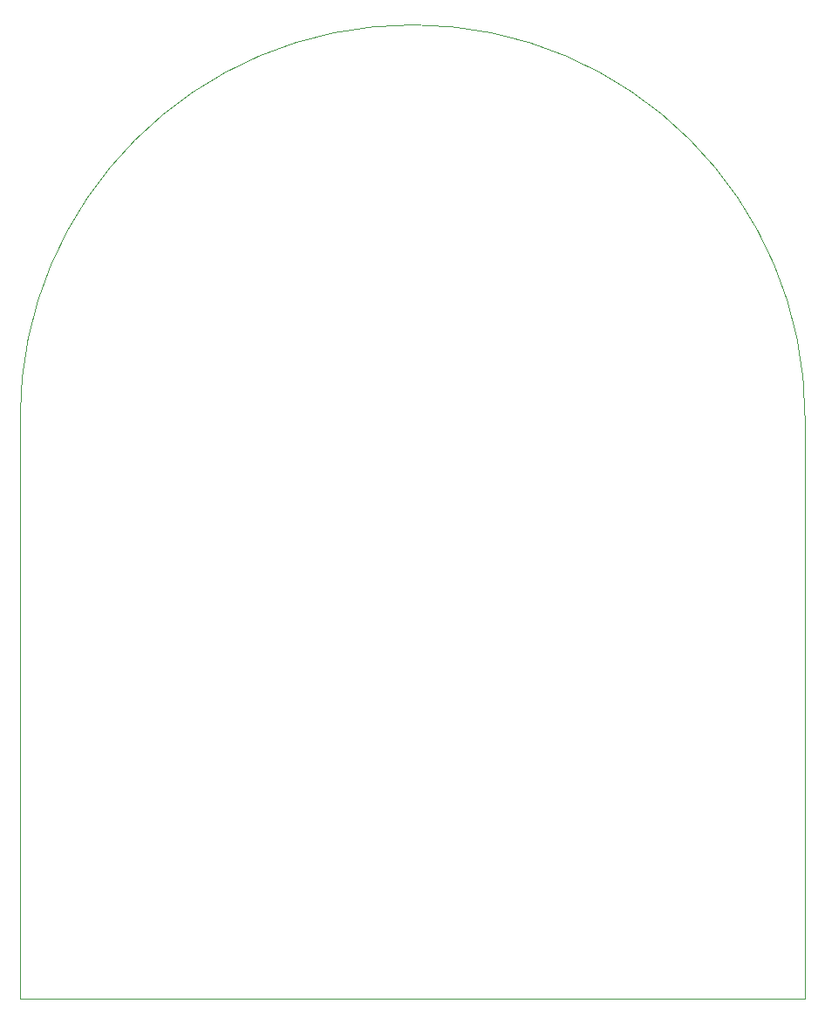
<source format=gbr>
%TF.GenerationSoftware,KiCad,Pcbnew,(6.0.2)*%
%TF.CreationDate,2022-05-21T08:25:36-07:00*%
%TF.ProjectId,muffin,6d756666-696e-42e6-9b69-6361645f7063,rev?*%
%TF.SameCoordinates,Original*%
%TF.FileFunction,Profile,NP*%
%FSLAX46Y46*%
G04 Gerber Fmt 4.6, Leading zero omitted, Abs format (unit mm)*
G04 Created by KiCad (PCBNEW (6.0.2)) date 2022-05-21 08:25:36*
%MOMM*%
%LPD*%
G01*
G04 APERTURE LIST*
%TA.AperFunction,Profile*%
%ADD10C,0.100000*%
%TD*%
G04 APERTURE END LIST*
D10*
X92630000Y-135054000D02*
X168830000Y-135054000D01*
X168830000Y-78666000D02*
G75*
G03*
X92630000Y-78666000I-38100000J0D01*
G01*
X92630000Y-135054000D02*
X92630000Y-78666000D01*
X168830000Y-135054000D02*
X168830000Y-78666000D01*
M02*

</source>
